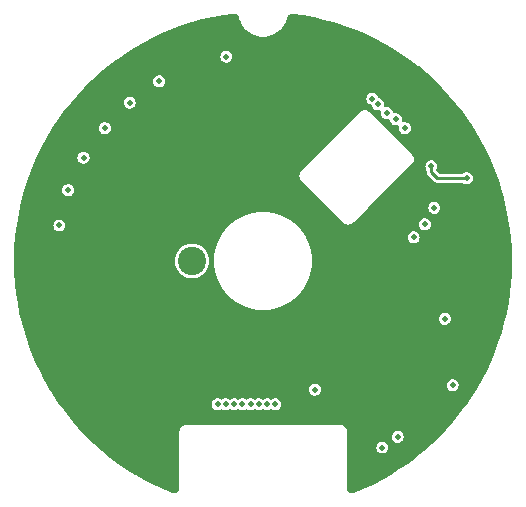
<source format=gbr>
%TF.GenerationSoftware,KiCad,Pcbnew,9.0.1*%
%TF.CreationDate,2025-04-26T02:16:23+02:00*%
%TF.ProjectId,view_screen,76696577-5f73-4637-9265-656e2e6b6963,0.1.0*%
%TF.SameCoordinates,Original*%
%TF.FileFunction,Copper,L2,Inr*%
%TF.FilePolarity,Positive*%
%FSLAX46Y46*%
G04 Gerber Fmt 4.6, Leading zero omitted, Abs format (unit mm)*
G04 Created by KiCad (PCBNEW 9.0.1) date 2025-04-26 02:16:23*
%MOMM*%
%LPD*%
G01*
G04 APERTURE LIST*
%TA.AperFunction,ComponentPad*%
%ADD10C,2.400000*%
%TD*%
%TA.AperFunction,ViaPad*%
%ADD11C,0.500000*%
%TD*%
%TA.AperFunction,Conductor*%
%ADD12C,0.250000*%
%TD*%
G04 APERTURE END LIST*
D10*
%TO.N,unconnected-(H1-Pad1)*%
%TO.C,H1*%
X94000000Y-100000000D03*
%TD*%
D11*
%TO.N,GND*%
X111400000Y-114900000D03*
X109250000Y-86250000D03*
X116059510Y-110512936D03*
X115400000Y-104900000D03*
X101050000Y-112150000D03*
X109750000Y-86750000D03*
X96900000Y-82700000D03*
X96150000Y-112150000D03*
X100350000Y-112150000D03*
X104400000Y-110900000D03*
X110100000Y-115800000D03*
%TO.N,/VDD*%
X101750000Y-112150000D03*
X101750000Y-109200000D03*
X94000000Y-83400000D03*
X111750000Y-84500000D03*
X101750000Y-108600000D03*
%TO.N,/DC*%
X99650000Y-112150000D03*
X88700000Y-86600000D03*
%TO.N,/BACKLIGHT_EN*%
X114250000Y-92000000D03*
X117250000Y-93000000D03*
X91200000Y-84800000D03*
%TO.N,/nRESET*%
X96850000Y-112150000D03*
X112750000Y-98000000D03*
X110500000Y-87500000D03*
X82750000Y-97000000D03*
%TO.N,/MOSI*%
X113700000Y-96900000D03*
X112000000Y-88750000D03*
X97550000Y-112150000D03*
X83500000Y-94000000D03*
%TO.N,/SCK*%
X84800000Y-91250000D03*
X114500000Y-95500000D03*
X98250000Y-112150000D03*
X111250000Y-88000000D03*
%TO.N,/nCS*%
X86600000Y-88750000D03*
X98950000Y-112150000D03*
%TD*%
D12*
%TO.N,/BACKLIGHT_EN*%
X114250000Y-92500000D02*
X114750000Y-93000000D01*
X114250000Y-92000000D02*
X114250000Y-92500000D01*
X114750000Y-93000000D02*
X117250000Y-93000000D01*
%TD*%
%TA.AperFunction,Conductor*%
%TO.N,/VDD*%
G36*
X97628280Y-79065669D02*
G01*
X97650475Y-79071299D01*
X97697257Y-79083166D01*
X97727451Y-79095147D01*
X97728597Y-79095783D01*
X97789662Y-79129701D01*
X97815792Y-79149007D01*
X97867093Y-79198314D01*
X97887420Y-79223661D01*
X97924410Y-79284452D01*
X97937580Y-79314154D01*
X97960251Y-79390671D01*
X97963856Y-79406538D01*
X97966759Y-79424667D01*
X97967470Y-79426256D01*
X97974915Y-79448070D01*
X97996559Y-79537555D01*
X97996563Y-79537569D01*
X97997551Y-79541652D01*
X97999072Y-79545567D01*
X97999073Y-79545568D01*
X98097376Y-79798496D01*
X98097380Y-79798505D01*
X98098896Y-79802405D01*
X98100916Y-79806070D01*
X98100920Y-79806078D01*
X98231921Y-80043730D01*
X98233946Y-80047403D01*
X98400314Y-80272314D01*
X98403225Y-80275316D01*
X98403230Y-80275322D01*
X98500090Y-80375216D01*
X98595056Y-80473158D01*
X98814728Y-80646383D01*
X99055445Y-80788926D01*
X99312948Y-80898265D01*
X99582684Y-80972465D01*
X99859880Y-81010216D01*
X100139635Y-81010848D01*
X100416999Y-80974351D01*
X100687067Y-80901370D01*
X100945061Y-80793196D01*
X101186420Y-80651743D01*
X101406873Y-80479512D01*
X101602521Y-80279550D01*
X101769903Y-80055393D01*
X101906059Y-79811008D01*
X102008581Y-79550715D01*
X102032449Y-79453946D01*
X102039435Y-79433629D01*
X102039489Y-79433290D01*
X102039491Y-79433288D01*
X102042258Y-79415998D01*
X102044347Y-79405719D01*
X102045210Y-79402225D01*
X102046725Y-79396646D01*
X102068618Y-79322751D01*
X102081782Y-79293060D01*
X102118784Y-79232250D01*
X102139102Y-79206914D01*
X102190420Y-79157593D01*
X102216550Y-79138290D01*
X102278765Y-79103737D01*
X102308963Y-79091757D01*
X102377958Y-79074259D01*
X102410209Y-79070402D01*
X102489875Y-79071218D01*
X102506095Y-79072434D01*
X102524428Y-79075010D01*
X102524428Y-79075009D01*
X102542632Y-79077567D01*
X102542630Y-79077575D01*
X102542693Y-79077574D01*
X103388974Y-79196857D01*
X103394201Y-79197709D01*
X104274533Y-79360402D01*
X104279767Y-79361485D01*
X105152318Y-79561619D01*
X105157525Y-79562931D01*
X106020742Y-79800149D01*
X106025856Y-79801673D01*
X106557765Y-79972591D01*
X106878122Y-80075531D01*
X106883210Y-80077286D01*
X107723065Y-80387313D01*
X107728007Y-80389259D01*
X108553814Y-80734853D01*
X108558701Y-80737021D01*
X108898548Y-80896628D01*
X109369010Y-81117577D01*
X109373832Y-81119969D01*
X109711467Y-81296512D01*
X110167117Y-81534765D01*
X110171808Y-81537346D01*
X110530589Y-81744923D01*
X110946663Y-81985648D01*
X110951263Y-81988442D01*
X111706268Y-82469427D01*
X111710745Y-82472416D01*
X112444486Y-82985184D01*
X112448831Y-82988360D01*
X113160035Y-83532018D01*
X113164240Y-83535377D01*
X113851570Y-84108908D01*
X113855628Y-84112444D01*
X114517850Y-84714817D01*
X114521725Y-84718497D01*
X114603977Y-84800000D01*
X115157602Y-85348587D01*
X115161344Y-85352456D01*
X115769755Y-86009152D01*
X115773327Y-86013178D01*
X116353093Y-86695206D01*
X116356491Y-86699380D01*
X116904567Y-87402936D01*
X116906635Y-87405590D01*
X116909847Y-87409901D01*
X117427740Y-88136733D01*
X117429314Y-88138941D01*
X117432337Y-88143381D01*
X117518251Y-88275558D01*
X117920203Y-88893954D01*
X117923039Y-88898528D01*
X118378396Y-89669235D01*
X118381035Y-89673927D01*
X118803075Y-90463402D01*
X118805510Y-90468202D01*
X119193426Y-91274934D01*
X119195655Y-91279833D01*
X119548785Y-92102442D01*
X119550802Y-92107432D01*
X119868472Y-92944358D01*
X119870274Y-92949430D01*
X119940914Y-93162557D01*
X120054249Y-93504500D01*
X120151909Y-93799147D01*
X120153493Y-93804291D01*
X120398588Y-94665288D01*
X120399950Y-94670495D01*
X120608044Y-95541139D01*
X120609183Y-95546399D01*
X120779904Y-96425137D01*
X120780818Y-96430441D01*
X120913893Y-97315919D01*
X120914541Y-97320904D01*
X120997957Y-98081251D01*
X120998375Y-98085832D01*
X121054003Y-98849014D01*
X121054253Y-98853607D01*
X121081985Y-99618276D01*
X121082068Y-99622876D01*
X121081869Y-100388072D01*
X121081784Y-100392671D01*
X121053654Y-101157353D01*
X121053401Y-101161946D01*
X120997376Y-101925100D01*
X120996955Y-101929681D01*
X120912974Y-102691516D01*
X120907307Y-102735694D01*
X120907229Y-102735684D01*
X120907197Y-102740040D01*
X120786391Y-103548189D01*
X120785519Y-103553300D01*
X120623049Y-104400194D01*
X120621968Y-104405265D01*
X120424787Y-105244780D01*
X120423498Y-105249802D01*
X120191946Y-106080495D01*
X120190451Y-106085460D01*
X119924928Y-106905894D01*
X119923231Y-106910793D01*
X119624165Y-107719648D01*
X119622267Y-107724473D01*
X119290185Y-108520319D01*
X119288090Y-108525062D01*
X118923550Y-109306564D01*
X118921262Y-109311217D01*
X118524871Y-110077077D01*
X118522393Y-110081632D01*
X118094844Y-110830505D01*
X118092182Y-110834954D01*
X117634155Y-111565654D01*
X117631311Y-111569989D01*
X117143646Y-112281174D01*
X117140627Y-112285389D01*
X116624083Y-112975953D01*
X116620892Y-112980040D01*
X116076403Y-113648730D01*
X116073047Y-113652683D01*
X115501498Y-114298420D01*
X115497983Y-114302231D01*
X114900332Y-114923926D01*
X114896662Y-114927589D01*
X114273965Y-115524145D01*
X114270148Y-115527654D01*
X113623428Y-116098093D01*
X113619470Y-116101442D01*
X112949816Y-116644802D01*
X112945723Y-116647985D01*
X112254316Y-117163308D01*
X112250096Y-117166321D01*
X111538040Y-117652785D01*
X111533700Y-117655621D01*
X110802232Y-118112379D01*
X110797778Y-118115034D01*
X110048162Y-118541298D01*
X110043603Y-118543768D01*
X109277072Y-118938837D01*
X109272416Y-118941117D01*
X108490259Y-119304325D01*
X108485512Y-119306411D01*
X107722356Y-119623312D01*
X107706156Y-119628210D01*
X107687524Y-119637338D01*
X107678001Y-119641524D01*
X107677546Y-119641702D01*
X107670172Y-119644326D01*
X107587774Y-119670791D01*
X107551926Y-119676798D01*
X107474370Y-119678450D01*
X107438297Y-119673974D01*
X107363486Y-119653414D01*
X107330194Y-119638828D01*
X107286406Y-119611516D01*
X107264369Y-119597770D01*
X107236628Y-119574288D01*
X107185263Y-119516149D01*
X107165377Y-119485723D01*
X107132744Y-119415337D01*
X107122372Y-119380501D01*
X107109877Y-119294720D01*
X107108561Y-119276543D01*
X107108564Y-119242312D01*
X107108522Y-119241997D01*
X107105559Y-115800000D01*
X109590311Y-115800000D01*
X109610957Y-115943593D01*
X109671223Y-116075558D01*
X109766226Y-116185197D01*
X109888266Y-116263628D01*
X109888268Y-116263629D01*
X109969602Y-116287510D01*
X110027463Y-116304500D01*
X110027464Y-116304500D01*
X110172537Y-116304500D01*
X110213408Y-116292499D01*
X110311732Y-116263629D01*
X110433775Y-116185196D01*
X110528777Y-116075558D01*
X110589042Y-115943596D01*
X110609688Y-115800000D01*
X110589042Y-115656404D01*
X110528777Y-115524442D01*
X110433775Y-115414804D01*
X110433774Y-115414803D01*
X110433773Y-115414802D01*
X110311733Y-115336371D01*
X110172537Y-115295500D01*
X110172536Y-115295500D01*
X110027464Y-115295500D01*
X110027463Y-115295500D01*
X109888266Y-115336371D01*
X109766226Y-115414802D01*
X109671223Y-115524441D01*
X109610957Y-115656406D01*
X109590311Y-115800000D01*
X107105559Y-115800000D01*
X107104784Y-114900000D01*
X110890311Y-114900000D01*
X110910957Y-115043593D01*
X110971223Y-115175558D01*
X111066226Y-115285197D01*
X111082258Y-115295500D01*
X111188268Y-115363629D01*
X111259966Y-115384681D01*
X111327463Y-115404500D01*
X111327464Y-115404500D01*
X111472537Y-115404500D01*
X111540034Y-115384681D01*
X111611732Y-115363629D01*
X111733775Y-115285196D01*
X111828777Y-115175558D01*
X111889042Y-115043596D01*
X111909688Y-114900000D01*
X111889042Y-114756404D01*
X111828777Y-114624442D01*
X111733775Y-114514804D01*
X111733774Y-114514803D01*
X111733773Y-114514802D01*
X111611733Y-114436371D01*
X111472537Y-114395500D01*
X111472536Y-114395500D01*
X111327464Y-114395500D01*
X111327463Y-114395500D01*
X111188266Y-114436371D01*
X111066226Y-114514802D01*
X110971223Y-114624441D01*
X110910957Y-114756406D01*
X110890311Y-114900000D01*
X107104784Y-114900000D01*
X107104448Y-114510085D01*
X107104447Y-114489780D01*
X107104443Y-114437881D01*
X107074323Y-114305961D01*
X107074322Y-114305958D01*
X107015607Y-114184051D01*
X106931237Y-114078258D01*
X106825441Y-113993888D01*
X106703531Y-113935174D01*
X106571611Y-113905055D01*
X106540306Y-113905053D01*
X106540297Y-113905051D01*
X106503938Y-113905050D01*
X106461524Y-113905048D01*
X106461508Y-113905050D01*
X93529345Y-113905050D01*
X93503958Y-113905048D01*
X93436295Y-113905043D01*
X93304357Y-113935147D01*
X93182431Y-113993858D01*
X93076629Y-114078231D01*
X92992256Y-114184032D01*
X92933545Y-114305963D01*
X92903442Y-114437897D01*
X92903444Y-114470696D01*
X92903398Y-114471003D01*
X92903425Y-114489780D01*
X92903447Y-114505499D01*
X92903448Y-114505560D01*
X92903451Y-114532489D01*
X92903455Y-114532497D01*
X92903453Y-114548538D01*
X92903511Y-114548979D01*
X92910427Y-119276349D01*
X92909113Y-119294679D01*
X92896211Y-119383330D01*
X92885855Y-119418142D01*
X92852040Y-119491144D01*
X92832185Y-119521556D01*
X92778950Y-119581882D01*
X92751246Y-119605366D01*
X92683020Y-119647999D01*
X92649768Y-119662605D01*
X92608571Y-119673974D01*
X92572213Y-119684007D01*
X92536176Y-119688522D01*
X92455740Y-119686913D01*
X92419911Y-119680960D01*
X92334262Y-119653594D01*
X92317367Y-119646816D01*
X92298519Y-119637621D01*
X92282639Y-119632834D01*
X92275411Y-119629833D01*
X91925861Y-119484697D01*
X91519050Y-119315786D01*
X91514303Y-119313699D01*
X91189666Y-119162961D01*
X90731705Y-118950318D01*
X90727079Y-118948053D01*
X90257713Y-118706161D01*
X89960076Y-118552771D01*
X89955517Y-118550301D01*
X89205466Y-118123816D01*
X89201012Y-118121161D01*
X88469130Y-117664168D01*
X88464789Y-117661332D01*
X87752308Y-117174596D01*
X87748115Y-117171603D01*
X87056284Y-116655980D01*
X87052191Y-116652797D01*
X86382150Y-116109135D01*
X86378192Y-116105785D01*
X85731104Y-115535030D01*
X85727286Y-115531521D01*
X85723250Y-115527654D01*
X85104210Y-114934605D01*
X85100588Y-114930990D01*
X84502576Y-114308919D01*
X84499060Y-114305107D01*
X84370234Y-114159558D01*
X83927179Y-113658989D01*
X83923834Y-113655049D01*
X83921907Y-113652683D01*
X83379033Y-112985962D01*
X83375852Y-112981888D01*
X83371413Y-112975953D01*
X82859005Y-112290900D01*
X82856005Y-112286711D01*
X82852208Y-112281174D01*
X82762264Y-112150000D01*
X95640311Y-112150000D01*
X95660957Y-112293593D01*
X95721223Y-112425558D01*
X95816226Y-112535197D01*
X95836996Y-112548545D01*
X95938268Y-112613629D01*
X96019602Y-112637510D01*
X96077463Y-112654500D01*
X96077464Y-112654500D01*
X96222537Y-112654500D01*
X96292134Y-112634064D01*
X96361732Y-112613629D01*
X96431879Y-112568547D01*
X96499999Y-112548545D01*
X96568116Y-112568544D01*
X96638266Y-112613628D01*
X96638268Y-112613629D01*
X96777463Y-112654500D01*
X96777464Y-112654500D01*
X96922537Y-112654500D01*
X96992133Y-112634064D01*
X97061732Y-112613629D01*
X97131879Y-112568547D01*
X97199999Y-112548545D01*
X97268116Y-112568544D01*
X97338266Y-112613628D01*
X97338268Y-112613629D01*
X97477463Y-112654500D01*
X97477464Y-112654500D01*
X97622537Y-112654500D01*
X97692133Y-112634064D01*
X97761732Y-112613629D01*
X97831879Y-112568547D01*
X97899999Y-112548545D01*
X97968116Y-112568544D01*
X98038266Y-112613628D01*
X98038268Y-112613629D01*
X98177463Y-112654500D01*
X98177464Y-112654500D01*
X98322537Y-112654500D01*
X98392134Y-112634064D01*
X98461732Y-112613629D01*
X98531879Y-112568547D01*
X98599999Y-112548545D01*
X98668116Y-112568544D01*
X98738266Y-112613628D01*
X98738268Y-112613629D01*
X98877463Y-112654500D01*
X98877464Y-112654500D01*
X99022537Y-112654500D01*
X99092134Y-112634064D01*
X99161732Y-112613629D01*
X99231879Y-112568547D01*
X99299999Y-112548545D01*
X99368116Y-112568544D01*
X99438266Y-112613628D01*
X99438268Y-112613629D01*
X99577463Y-112654500D01*
X99577464Y-112654500D01*
X99722537Y-112654500D01*
X99792134Y-112634064D01*
X99861732Y-112613629D01*
X99931879Y-112568547D01*
X99999999Y-112548545D01*
X100068116Y-112568544D01*
X100138266Y-112613628D01*
X100138268Y-112613629D01*
X100277463Y-112654500D01*
X100277464Y-112654500D01*
X100422537Y-112654500D01*
X100492133Y-112634064D01*
X100561732Y-112613629D01*
X100631879Y-112568547D01*
X100699999Y-112548545D01*
X100768116Y-112568544D01*
X100838266Y-112613628D01*
X100838268Y-112613629D01*
X100977463Y-112654500D01*
X100977464Y-112654500D01*
X101122537Y-112654500D01*
X101163408Y-112642499D01*
X101261732Y-112613629D01*
X101383775Y-112535196D01*
X101478777Y-112425558D01*
X101539042Y-112293596D01*
X101559688Y-112150000D01*
X101539042Y-112006404D01*
X101478777Y-111874442D01*
X101383775Y-111764804D01*
X101383774Y-111764803D01*
X101383773Y-111764802D01*
X101261733Y-111686371D01*
X101122537Y-111645500D01*
X101122536Y-111645500D01*
X100977464Y-111645500D01*
X100977463Y-111645500D01*
X100838266Y-111686371D01*
X100768119Y-111731452D01*
X100699998Y-111751454D01*
X100631879Y-111731452D01*
X100591467Y-111705480D01*
X100561731Y-111686370D01*
X100422537Y-111645500D01*
X100422536Y-111645500D01*
X100277464Y-111645500D01*
X100277463Y-111645500D01*
X100138268Y-111686370D01*
X100068121Y-111731452D01*
X100000000Y-111751454D01*
X99931879Y-111731452D01*
X99861731Y-111686370D01*
X99722537Y-111645500D01*
X99722536Y-111645500D01*
X99577464Y-111645500D01*
X99577463Y-111645500D01*
X99438268Y-111686370D01*
X99368121Y-111731452D01*
X99300000Y-111751454D01*
X99231879Y-111731452D01*
X99161731Y-111686370D01*
X99022537Y-111645500D01*
X99022536Y-111645500D01*
X98877464Y-111645500D01*
X98877463Y-111645500D01*
X98738266Y-111686371D01*
X98668119Y-111731452D01*
X98599998Y-111751454D01*
X98531879Y-111731452D01*
X98491467Y-111705480D01*
X98461731Y-111686370D01*
X98322537Y-111645500D01*
X98322536Y-111645500D01*
X98177464Y-111645500D01*
X98177463Y-111645500D01*
X98038268Y-111686370D01*
X97968121Y-111731452D01*
X97900000Y-111751454D01*
X97831879Y-111731452D01*
X97761731Y-111686370D01*
X97622537Y-111645500D01*
X97622536Y-111645500D01*
X97477464Y-111645500D01*
X97477463Y-111645500D01*
X97338268Y-111686370D01*
X97268121Y-111731452D01*
X97200000Y-111751454D01*
X97131879Y-111731452D01*
X97061731Y-111686370D01*
X96922537Y-111645500D01*
X96922536Y-111645500D01*
X96777464Y-111645500D01*
X96777463Y-111645500D01*
X96638268Y-111686370D01*
X96568121Y-111731452D01*
X96500000Y-111751454D01*
X96431879Y-111731452D01*
X96361731Y-111686370D01*
X96222537Y-111645500D01*
X96222536Y-111645500D01*
X96077464Y-111645500D01*
X96077463Y-111645500D01*
X95938266Y-111686371D01*
X95816226Y-111764802D01*
X95721223Y-111874441D01*
X95660957Y-112006406D01*
X95640311Y-112150000D01*
X82762264Y-112150000D01*
X82663803Y-112006404D01*
X82368060Y-111575093D01*
X82365216Y-111570757D01*
X81944782Y-110900000D01*
X103890311Y-110900000D01*
X103910957Y-111043593D01*
X103971223Y-111175558D01*
X104066226Y-111285197D01*
X104107641Y-111311813D01*
X104188268Y-111363629D01*
X104269602Y-111387510D01*
X104327463Y-111404500D01*
X104327464Y-111404500D01*
X104472537Y-111404500D01*
X104513408Y-111392499D01*
X104611732Y-111363629D01*
X104733775Y-111285196D01*
X104828777Y-111175558D01*
X104889042Y-111043596D01*
X104909688Y-110900000D01*
X104889042Y-110756404D01*
X104828777Y-110624442D01*
X104733775Y-110514804D01*
X104733774Y-110514803D01*
X104733773Y-110514802D01*
X104730868Y-110512935D01*
X115549821Y-110512935D01*
X115570467Y-110656529D01*
X115570467Y-110656530D01*
X115570468Y-110656532D01*
X115630733Y-110788494D01*
X115673174Y-110837474D01*
X115725736Y-110898133D01*
X115847776Y-110976564D01*
X115847778Y-110976565D01*
X115929112Y-111000446D01*
X115986973Y-111017436D01*
X115986974Y-111017436D01*
X116132047Y-111017436D01*
X116172917Y-111005435D01*
X116271242Y-110976565D01*
X116393285Y-110898132D01*
X116488287Y-110788494D01*
X116548552Y-110656532D01*
X116569198Y-110512936D01*
X116548552Y-110369340D01*
X116488287Y-110237378D01*
X116393285Y-110127740D01*
X116393284Y-110127739D01*
X116393283Y-110127738D01*
X116271243Y-110049307D01*
X116132047Y-110008436D01*
X116132046Y-110008436D01*
X115986974Y-110008436D01*
X115986973Y-110008436D01*
X115847776Y-110049307D01*
X115725736Y-110127738D01*
X115630733Y-110237377D01*
X115570467Y-110369342D01*
X115549821Y-110512935D01*
X104730868Y-110512935D01*
X104611733Y-110436371D01*
X104472537Y-110395500D01*
X104472536Y-110395500D01*
X104327464Y-110395500D01*
X104327463Y-110395500D01*
X104188266Y-110436371D01*
X104066226Y-110514802D01*
X103971223Y-110624441D01*
X103910957Y-110756406D01*
X103890311Y-110900000D01*
X81944782Y-110900000D01*
X81906970Y-110839675D01*
X81904307Y-110835226D01*
X81500410Y-110127740D01*
X81476519Y-110085893D01*
X81474046Y-110081346D01*
X81077452Y-109315041D01*
X81075164Y-109310388D01*
X80710429Y-108528403D01*
X80708335Y-108523659D01*
X80376101Y-107727372D01*
X80374213Y-107722574D01*
X80074990Y-106913197D01*
X80073320Y-106908375D01*
X79807666Y-106087414D01*
X79806171Y-106082448D01*
X79574529Y-105251281D01*
X79573241Y-105246259D01*
X79491932Y-104900000D01*
X114890311Y-104900000D01*
X114910957Y-105043593D01*
X114910957Y-105043594D01*
X114910958Y-105043596D01*
X114971223Y-105175558D01*
X115036837Y-105251281D01*
X115066226Y-105285197D01*
X115188266Y-105363628D01*
X115188268Y-105363629D01*
X115269602Y-105387510D01*
X115327463Y-105404500D01*
X115327464Y-105404500D01*
X115472537Y-105404500D01*
X115513408Y-105392499D01*
X115611732Y-105363629D01*
X115733775Y-105285196D01*
X115828777Y-105175558D01*
X115889042Y-105043596D01*
X115909688Y-104900000D01*
X115889042Y-104756404D01*
X115828777Y-104624442D01*
X115733775Y-104514804D01*
X115733774Y-104514803D01*
X115733773Y-104514802D01*
X115611733Y-104436371D01*
X115472537Y-104395500D01*
X115472536Y-104395500D01*
X115327464Y-104395500D01*
X115327463Y-104395500D01*
X115188266Y-104436371D01*
X115066226Y-104514802D01*
X114971223Y-104624441D01*
X114910957Y-104756406D01*
X114890311Y-104900000D01*
X79491932Y-104900000D01*
X79375990Y-104406254D01*
X79374913Y-104401210D01*
X79212384Y-103553751D01*
X79211523Y-103548698D01*
X79090691Y-102740069D01*
X79090661Y-102735712D01*
X79090587Y-102735722D01*
X79085027Y-102692544D01*
X79084641Y-102689046D01*
X79004162Y-101958891D01*
X79000940Y-101929657D01*
X79000520Y-101925080D01*
X78975728Y-101587335D01*
X78944500Y-101161921D01*
X78944249Y-101157354D01*
X78931498Y-100810699D01*
X78916121Y-100392650D01*
X78916037Y-100388073D01*
X78915937Y-100003094D01*
X78915936Y-100000000D01*
X92540515Y-100000000D01*
X92560420Y-100240223D01*
X92560420Y-100240226D01*
X92560421Y-100240227D01*
X92619592Y-100473889D01*
X92716420Y-100694637D01*
X92716421Y-100694638D01*
X92848261Y-100896434D01*
X92848264Y-100896437D01*
X93011517Y-101073778D01*
X93201733Y-101221830D01*
X93201737Y-101221832D01*
X93413732Y-101336557D01*
X93641718Y-101414825D01*
X93879477Y-101454500D01*
X93879480Y-101454500D01*
X94120520Y-101454500D01*
X94120523Y-101454500D01*
X94358282Y-101414825D01*
X94586268Y-101336557D01*
X94798263Y-101221832D01*
X94814515Y-101209183D01*
X94988482Y-101073778D01*
X95151739Y-100896434D01*
X95283579Y-100694638D01*
X95380406Y-100473894D01*
X95439580Y-100240223D01*
X95459485Y-100000000D01*
X95844495Y-100000000D01*
X95864505Y-100407311D01*
X95864956Y-100410352D01*
X95864958Y-100410371D01*
X95923887Y-100807632D01*
X95924342Y-100810699D01*
X95925094Y-100813701D01*
X96022679Y-101203284D01*
X96022683Y-101203298D01*
X96023430Y-101206279D01*
X96024468Y-101209181D01*
X96024469Y-101209183D01*
X96159773Y-101587335D01*
X96159776Y-101587343D01*
X96160814Y-101590243D01*
X96162133Y-101593033D01*
X96162134Y-101593034D01*
X96321356Y-101929681D01*
X96335172Y-101958891D01*
X96544824Y-102308675D01*
X96787751Y-102636224D01*
X97061614Y-102938386D01*
X97363776Y-103212249D01*
X97691325Y-103455176D01*
X98041109Y-103664828D01*
X98409757Y-103839186D01*
X98793721Y-103976570D01*
X99189301Y-104075658D01*
X99592689Y-104135495D01*
X100000000Y-104155505D01*
X100407311Y-104135495D01*
X100810699Y-104075658D01*
X101206279Y-103976570D01*
X101590243Y-103839186D01*
X101958891Y-103664828D01*
X102308675Y-103455176D01*
X102636224Y-103212249D01*
X102938386Y-102938386D01*
X103212249Y-102636224D01*
X103455176Y-102308675D01*
X103664828Y-101958891D01*
X103839186Y-101590243D01*
X103976570Y-101206279D01*
X104075658Y-100810699D01*
X104135495Y-100407311D01*
X104155505Y-100000000D01*
X104135495Y-99592689D01*
X104075658Y-99189301D01*
X103976570Y-98793721D01*
X103839186Y-98409757D01*
X103664828Y-98041109D01*
X103640188Y-97999999D01*
X112240311Y-97999999D01*
X112260957Y-98143593D01*
X112321223Y-98275558D01*
X112416226Y-98385197D01*
X112538266Y-98463628D01*
X112538268Y-98463629D01*
X112619602Y-98487510D01*
X112677463Y-98504500D01*
X112677464Y-98504500D01*
X112822537Y-98504500D01*
X112863408Y-98492499D01*
X112961732Y-98463629D01*
X113083775Y-98385196D01*
X113178777Y-98275558D01*
X113239042Y-98143596D01*
X113259688Y-98000000D01*
X113239042Y-97856404D01*
X113178777Y-97724442D01*
X113083775Y-97614804D01*
X113083774Y-97614803D01*
X113083773Y-97614802D01*
X112961733Y-97536371D01*
X112822537Y-97495500D01*
X112822536Y-97495500D01*
X112677464Y-97495500D01*
X112677463Y-97495500D01*
X112538266Y-97536371D01*
X112416226Y-97614802D01*
X112321223Y-97724441D01*
X112260957Y-97856406D01*
X112240311Y-97999999D01*
X103640188Y-97999999D01*
X103455176Y-97691325D01*
X103212249Y-97363776D01*
X102938386Y-97061614D01*
X102636224Y-96787751D01*
X102308675Y-96544824D01*
X102108315Y-96424733D01*
X101961531Y-96336754D01*
X101961525Y-96336751D01*
X101958891Y-96335172D01*
X101590243Y-96160814D01*
X101587343Y-96159776D01*
X101587335Y-96159773D01*
X101209183Y-96024469D01*
X101209181Y-96024468D01*
X101206279Y-96023430D01*
X101203298Y-96022683D01*
X101203284Y-96022679D01*
X100813701Y-95925094D01*
X100810699Y-95924342D01*
X100807632Y-95923887D01*
X100410371Y-95864958D01*
X100410352Y-95864956D01*
X100407311Y-95864505D01*
X100404225Y-95864353D01*
X100404221Y-95864353D01*
X100003094Y-95844647D01*
X100000000Y-95844495D01*
X99996906Y-95844647D01*
X99595778Y-95864353D01*
X99595772Y-95864353D01*
X99592689Y-95864505D01*
X99589649Y-95864955D01*
X99589628Y-95864958D01*
X99192367Y-95923887D01*
X99192363Y-95923887D01*
X99189301Y-95924342D01*
X99186302Y-95925093D01*
X99186298Y-95925094D01*
X98796715Y-96022679D01*
X98796695Y-96022684D01*
X98793721Y-96023430D01*
X98790823Y-96024466D01*
X98790816Y-96024469D01*
X98412664Y-96159773D01*
X98412648Y-96159779D01*
X98409757Y-96160814D01*
X98406973Y-96162130D01*
X98406965Y-96162134D01*
X98043890Y-96333856D01*
X98043878Y-96333861D01*
X98041109Y-96335172D01*
X98038482Y-96336746D01*
X98038468Y-96336754D01*
X97693975Y-96543235D01*
X97693965Y-96543241D01*
X97691325Y-96544824D01*
X97688849Y-96546660D01*
X97688839Y-96546667D01*
X97404977Y-96757194D01*
X97363776Y-96787751D01*
X97361489Y-96789823D01*
X97361479Y-96789832D01*
X97063898Y-97059543D01*
X97063888Y-97059552D01*
X97061614Y-97061614D01*
X97059552Y-97063888D01*
X97059543Y-97063898D01*
X96789832Y-97361479D01*
X96789823Y-97361489D01*
X96787751Y-97363776D01*
X96785907Y-97366262D01*
X96785904Y-97366266D01*
X96546667Y-97688839D01*
X96546660Y-97688849D01*
X96544824Y-97691325D01*
X96543241Y-97693965D01*
X96543235Y-97693975D01*
X96336754Y-98038468D01*
X96336746Y-98038482D01*
X96335172Y-98041109D01*
X96333861Y-98043878D01*
X96333856Y-98043890D01*
X96162134Y-98406965D01*
X96162130Y-98406973D01*
X96160814Y-98409757D01*
X96159779Y-98412648D01*
X96159773Y-98412664D01*
X96024469Y-98790816D01*
X96023430Y-98793721D01*
X96022684Y-98796695D01*
X96022679Y-98796715D01*
X95925094Y-99186298D01*
X95924342Y-99189301D01*
X95923887Y-99192363D01*
X95923887Y-99192367D01*
X95864958Y-99589628D01*
X95864955Y-99589649D01*
X95864505Y-99592689D01*
X95864353Y-99595772D01*
X95864353Y-99595778D01*
X95863022Y-99622875D01*
X95844495Y-100000000D01*
X95459485Y-100000000D01*
X95439580Y-99759777D01*
X95380406Y-99526106D01*
X95283579Y-99305362D01*
X95151739Y-99103566D01*
X95109846Y-99058058D01*
X94988482Y-98926221D01*
X94798266Y-98778169D01*
X94586267Y-98663442D01*
X94358284Y-98585175D01*
X94263178Y-98569305D01*
X94120523Y-98545500D01*
X93879477Y-98545500D01*
X93760597Y-98565337D01*
X93641715Y-98585175D01*
X93413732Y-98663442D01*
X93201733Y-98778169D01*
X93011517Y-98926221D01*
X92848264Y-99103562D01*
X92716420Y-99305362D01*
X92619592Y-99526110D01*
X92595088Y-99622876D01*
X92560420Y-99759777D01*
X92540515Y-100000000D01*
X78915936Y-100000000D01*
X78915838Y-99622842D01*
X78915920Y-99618310D01*
X78943650Y-98853602D01*
X78943900Y-98849014D01*
X78949063Y-98778169D01*
X78999526Y-98085774D01*
X78999940Y-98081251D01*
X79083358Y-97320807D01*
X79083996Y-97315902D01*
X79131452Y-97000000D01*
X82240311Y-97000000D01*
X82260957Y-97143593D01*
X82260957Y-97143594D01*
X82260958Y-97143596D01*
X82321223Y-97275558D01*
X82397664Y-97363776D01*
X82416226Y-97385197D01*
X82446262Y-97404500D01*
X82538268Y-97463629D01*
X82619602Y-97487510D01*
X82677463Y-97504500D01*
X82677464Y-97504500D01*
X82822537Y-97504500D01*
X82863408Y-97492499D01*
X82961732Y-97463629D01*
X83083775Y-97385196D01*
X83178777Y-97275558D01*
X83239042Y-97143596D01*
X83259688Y-97000000D01*
X83239042Y-96856404D01*
X83178777Y-96724442D01*
X83083775Y-96614804D01*
X83083774Y-96614803D01*
X83083773Y-96614802D01*
X82961733Y-96536371D01*
X82822537Y-96495500D01*
X82822536Y-96495500D01*
X82677464Y-96495500D01*
X82677463Y-96495500D01*
X82538266Y-96536371D01*
X82416226Y-96614802D01*
X82321223Y-96724441D01*
X82260957Y-96856406D01*
X82240311Y-97000000D01*
X79131452Y-97000000D01*
X79217074Y-96430032D01*
X79217987Y-96424733D01*
X79307541Y-95963629D01*
X79388738Y-95545554D01*
X79389875Y-95540305D01*
X79433817Y-95356406D01*
X79598017Y-94669221D01*
X79599366Y-94664061D01*
X79788356Y-94000000D01*
X82990311Y-94000000D01*
X83010957Y-94143593D01*
X83071223Y-94275558D01*
X83166226Y-94385197D01*
X83288266Y-94463628D01*
X83288268Y-94463629D01*
X83369602Y-94487510D01*
X83427463Y-94504500D01*
X83427464Y-94504500D01*
X83572537Y-94504500D01*
X83613407Y-94492499D01*
X83711732Y-94463629D01*
X83833775Y-94385196D01*
X83928777Y-94275558D01*
X83989042Y-94143596D01*
X84009688Y-94000000D01*
X83989042Y-93856404D01*
X83928777Y-93724442D01*
X83833775Y-93614804D01*
X83833774Y-93614803D01*
X83833773Y-93614802D01*
X83711733Y-93536371D01*
X83572537Y-93495500D01*
X83572536Y-93495500D01*
X83427464Y-93495500D01*
X83427463Y-93495500D01*
X83288266Y-93536371D01*
X83166226Y-93614802D01*
X83071223Y-93724441D01*
X83010957Y-93856406D01*
X82990311Y-94000000D01*
X79788356Y-94000000D01*
X79844534Y-93802606D01*
X79846102Y-93797515D01*
X80127836Y-92947315D01*
X80129609Y-92942326D01*
X80189014Y-92785790D01*
X103074395Y-92785790D01*
X103089542Y-92920251D01*
X103089542Y-92920253D01*
X103089543Y-92920254D01*
X103134231Y-93047979D01*
X103150973Y-93074626D01*
X103206219Y-93162557D01*
X103254058Y-93210401D01*
X103290818Y-93247162D01*
X103290824Y-93247166D01*
X106815303Y-96771646D01*
X106815309Y-96771649D01*
X106837440Y-96793780D01*
X106952018Y-96865775D01*
X107079745Y-96910468D01*
X107214214Y-96925619D01*
X107348683Y-96910468D01*
X107378602Y-96899999D01*
X113190311Y-96899999D01*
X113210957Y-97043593D01*
X113210957Y-97043594D01*
X113210958Y-97043596D01*
X113271223Y-97175558D01*
X113349624Y-97266038D01*
X113366226Y-97285197D01*
X113488266Y-97363628D01*
X113488268Y-97363629D01*
X113561720Y-97385196D01*
X113627463Y-97404500D01*
X113627464Y-97404500D01*
X113772537Y-97404500D01*
X113813408Y-97392499D01*
X113911732Y-97363629D01*
X114033775Y-97285196D01*
X114128777Y-97175558D01*
X114189042Y-97043596D01*
X114209688Y-96900000D01*
X114189042Y-96756404D01*
X114128777Y-96624442D01*
X114033775Y-96514804D01*
X114033774Y-96514803D01*
X114033773Y-96514802D01*
X113911733Y-96436371D01*
X113772537Y-96395500D01*
X113772536Y-96395500D01*
X113627464Y-96395500D01*
X113627463Y-96395500D01*
X113488266Y-96436371D01*
X113366226Y-96514802D01*
X113271223Y-96624441D01*
X113210957Y-96756406D01*
X113190311Y-96899999D01*
X107378602Y-96899999D01*
X107476409Y-96865775D01*
X107590988Y-96793781D01*
X107590990Y-96793778D01*
X107590996Y-96793775D01*
X107638831Y-96745938D01*
X107638831Y-96745939D01*
X107657872Y-96726897D01*
X107657872Y-96726896D01*
X107675593Y-96709175D01*
X108884768Y-95500000D01*
X113990311Y-95500000D01*
X114010957Y-95643593D01*
X114010957Y-95643594D01*
X114010958Y-95643596D01*
X114071223Y-95775558D01*
X114148164Y-95864353D01*
X114166226Y-95885197D01*
X114288266Y-95963628D01*
X114288268Y-95963629D01*
X114367584Y-95986918D01*
X114427463Y-96004500D01*
X114427464Y-96004500D01*
X114572537Y-96004500D01*
X114613408Y-95992499D01*
X114711732Y-95963629D01*
X114833775Y-95885196D01*
X114928777Y-95775558D01*
X114989042Y-95643596D01*
X115009688Y-95500000D01*
X114989042Y-95356404D01*
X114928777Y-95224442D01*
X114833775Y-95114804D01*
X114833774Y-95114803D01*
X114833773Y-95114802D01*
X114711733Y-95036371D01*
X114572537Y-94995500D01*
X114572536Y-94995500D01*
X114427464Y-94995500D01*
X114427463Y-94995500D01*
X114288266Y-95036371D01*
X114166226Y-95114802D01*
X114071223Y-95224441D01*
X114010957Y-95356406D01*
X113990311Y-95500000D01*
X108884768Y-95500000D01*
X112384767Y-92000000D01*
X113740311Y-92000000D01*
X113760957Y-92143593D01*
X113821223Y-92275558D01*
X113839724Y-92296909D01*
X113869217Y-92361489D01*
X113870499Y-92379421D01*
X113870499Y-92447574D01*
X113867818Y-92473427D01*
X113865580Y-92484098D01*
X113869532Y-92515793D01*
X113870500Y-92531380D01*
X113870500Y-92531448D01*
X113873955Y-92552159D01*
X113874705Y-92557304D01*
X113882241Y-92617751D01*
X113882276Y-92617861D01*
X113911255Y-92671410D01*
X113913638Y-92676039D01*
X113940406Y-92730793D01*
X113940461Y-92730866D01*
X113985284Y-92772130D01*
X113989041Y-92775735D01*
X114444581Y-93231275D01*
X114460966Y-93251450D01*
X114466932Y-93260582D01*
X114492141Y-93280203D01*
X114503842Y-93290537D01*
X114503881Y-93290576D01*
X114503884Y-93290578D01*
X114503887Y-93290581D01*
X114520999Y-93302799D01*
X114525142Y-93305889D01*
X114573234Y-93343320D01*
X114573296Y-93343352D01*
X114581017Y-93345650D01*
X114581021Y-93345653D01*
X114631743Y-93360752D01*
X114636607Y-93362311D01*
X114686673Y-93379500D01*
X114686675Y-93379500D01*
X114694280Y-93382111D01*
X114694369Y-93382124D01*
X114702408Y-93381791D01*
X114702410Y-93381792D01*
X114752002Y-93379741D01*
X114755225Y-93379608D01*
X114760431Y-93379500D01*
X116870365Y-93379500D01*
X116938484Y-93399501D01*
X117038268Y-93463628D01*
X117038268Y-93463629D01*
X117177463Y-93504500D01*
X117177464Y-93504500D01*
X117322537Y-93504500D01*
X117363408Y-93492499D01*
X117461732Y-93463629D01*
X117583775Y-93385196D01*
X117678777Y-93275558D01*
X117739042Y-93143596D01*
X117759688Y-93000000D01*
X117739042Y-92856404D01*
X117678777Y-92724442D01*
X117583775Y-92614804D01*
X117583774Y-92614803D01*
X117583773Y-92614802D01*
X117461733Y-92536371D01*
X117322537Y-92495500D01*
X117322536Y-92495500D01*
X117177464Y-92495500D01*
X117177463Y-92495500D01*
X117038268Y-92536370D01*
X116967425Y-92581899D01*
X116938484Y-92600498D01*
X116870366Y-92620500D01*
X114959384Y-92620500D01*
X114891263Y-92600498D01*
X114870289Y-92583595D01*
X114704105Y-92417411D01*
X114670079Y-92355099D01*
X114675144Y-92284284D01*
X114678586Y-92275974D01*
X114678774Y-92275560D01*
X114678777Y-92275558D01*
X114739042Y-92143596D01*
X114759688Y-92000000D01*
X114739042Y-91856404D01*
X114678777Y-91724442D01*
X114583775Y-91614804D01*
X114583774Y-91614803D01*
X114583773Y-91614802D01*
X114461733Y-91536371D01*
X114322537Y-91495500D01*
X114322536Y-91495500D01*
X114177464Y-91495500D01*
X114177463Y-91495500D01*
X114038266Y-91536371D01*
X113916226Y-91614802D01*
X113821223Y-91724441D01*
X113760957Y-91856406D01*
X113740311Y-92000000D01*
X112384767Y-92000000D01*
X112551646Y-91833121D01*
X112551762Y-91833058D01*
X112588603Y-91796217D01*
X112588604Y-91796218D01*
X112636450Y-91748374D01*
X112708449Y-91633788D01*
X112753143Y-91506054D01*
X112768291Y-91371576D01*
X112753133Y-91237100D01*
X112708429Y-91109369D01*
X112708428Y-91109366D01*
X112636422Y-90994791D01*
X112593887Y-90952264D01*
X109053045Y-87411421D01*
X109005201Y-87363577D01*
X108890625Y-87291584D01*
X108784642Y-87254500D01*
X108762897Y-87246891D01*
X108628428Y-87231740D01*
X108628427Y-87231740D01*
X108493955Y-87246891D01*
X108366232Y-87291583D01*
X108251651Y-87363579D01*
X108215066Y-87400166D01*
X103255380Y-92359849D01*
X103254063Y-92361166D01*
X103229377Y-92385854D01*
X103229306Y-92385950D01*
X103206233Y-92409023D01*
X103134241Y-92523600D01*
X103098785Y-92624927D01*
X103089548Y-92651323D01*
X103080593Y-92730793D01*
X103074395Y-92785790D01*
X80189014Y-92785790D01*
X80447393Y-92104942D01*
X80449368Y-92100051D01*
X80802643Y-91276956D01*
X80804845Y-91272114D01*
X80815477Y-91249999D01*
X84290311Y-91249999D01*
X84310957Y-91393593D01*
X84310957Y-91393594D01*
X84310958Y-91393596D01*
X84371223Y-91525558D01*
X84448553Y-91614802D01*
X84466226Y-91635197D01*
X84588266Y-91713628D01*
X84588268Y-91713629D01*
X84669602Y-91737510D01*
X84727463Y-91754500D01*
X84727464Y-91754500D01*
X84872537Y-91754500D01*
X84913408Y-91742499D01*
X85011732Y-91713629D01*
X85133775Y-91635196D01*
X85228777Y-91525558D01*
X85289042Y-91393596D01*
X85309688Y-91250000D01*
X85289042Y-91106404D01*
X85228777Y-90974442D01*
X85133775Y-90864804D01*
X85133774Y-90864803D01*
X85133773Y-90864802D01*
X85011733Y-90786371D01*
X84872537Y-90745500D01*
X84872536Y-90745500D01*
X84727464Y-90745500D01*
X84727463Y-90745500D01*
X84588266Y-90786371D01*
X84466226Y-90864802D01*
X84371223Y-90974441D01*
X84310957Y-91106406D01*
X84290311Y-91249999D01*
X80815477Y-91249999D01*
X81192923Y-90464912D01*
X81195329Y-90460167D01*
X81617537Y-89670253D01*
X81620140Y-89665624D01*
X82075681Y-88894489D01*
X82078496Y-88889948D01*
X82169448Y-88750000D01*
X86090311Y-88750000D01*
X86110957Y-88893593D01*
X86110957Y-88893594D01*
X86110958Y-88893596D01*
X86171222Y-89025558D01*
X86171223Y-89025558D01*
X86266226Y-89135197D01*
X86388266Y-89213628D01*
X86388268Y-89213629D01*
X86469602Y-89237510D01*
X86527463Y-89254500D01*
X86527464Y-89254500D01*
X86672537Y-89254500D01*
X86713408Y-89242499D01*
X86811732Y-89213629D01*
X86933775Y-89135196D01*
X87028777Y-89025558D01*
X87089042Y-88893596D01*
X87109688Y-88750000D01*
X87089042Y-88606404D01*
X87028777Y-88474442D01*
X86933775Y-88364804D01*
X86933774Y-88364803D01*
X86933773Y-88364802D01*
X86811733Y-88286371D01*
X86672537Y-88245500D01*
X86672536Y-88245500D01*
X86527464Y-88245500D01*
X86527463Y-88245500D01*
X86388266Y-88286371D01*
X86266226Y-88364802D01*
X86171223Y-88474441D01*
X86110957Y-88606406D01*
X86090311Y-88750000D01*
X82169448Y-88750000D01*
X82566573Y-88138941D01*
X82569552Y-88134565D01*
X83089234Y-87405117D01*
X83092443Y-87400812D01*
X83642795Y-86694233D01*
X83646157Y-86690102D01*
X83722739Y-86599999D01*
X88190311Y-86599999D01*
X88210957Y-86743593D01*
X88210957Y-86743594D01*
X88210958Y-86743596D01*
X88213883Y-86750000D01*
X88271223Y-86875558D01*
X88366226Y-86985197D01*
X88445854Y-87036371D01*
X88488268Y-87063629D01*
X88569602Y-87087510D01*
X88627463Y-87104500D01*
X88627464Y-87104500D01*
X88772537Y-87104500D01*
X88813408Y-87092499D01*
X88911732Y-87063629D01*
X89033775Y-86985196D01*
X89128777Y-86875558D01*
X89189042Y-86743596D01*
X89209688Y-86600000D01*
X89189042Y-86456404D01*
X89128777Y-86324442D01*
X89064273Y-86250000D01*
X108740311Y-86250000D01*
X108760957Y-86393593D01*
X108760957Y-86393594D01*
X108760958Y-86393596D01*
X108821223Y-86525558D01*
X108885727Y-86600000D01*
X108916226Y-86635197D01*
X109012808Y-86697267D01*
X109038268Y-86713629D01*
X109166062Y-86751152D01*
X109225788Y-86789535D01*
X109255281Y-86854115D01*
X109260957Y-86893593D01*
X109260957Y-86893594D01*
X109260958Y-86893596D01*
X109321223Y-87025558D01*
X109398553Y-87114802D01*
X109416226Y-87135197D01*
X109517783Y-87200464D01*
X109538268Y-87213629D01*
X109619602Y-87237510D01*
X109677463Y-87254500D01*
X109677464Y-87254500D01*
X109822534Y-87254500D01*
X109822536Y-87254500D01*
X109846444Y-87247480D01*
X109917438Y-87247480D01*
X109977165Y-87285863D01*
X110006658Y-87350443D01*
X110006658Y-87386308D01*
X109990311Y-87499999D01*
X110010957Y-87643593D01*
X110071223Y-87775558D01*
X110166226Y-87885197D01*
X110213408Y-87915519D01*
X110288268Y-87963629D01*
X110369602Y-87987510D01*
X110427463Y-88004500D01*
X110427464Y-88004500D01*
X110572535Y-88004500D01*
X110572536Y-88004500D01*
X110594615Y-87998017D01*
X110665611Y-87998017D01*
X110725337Y-88036400D01*
X110754830Y-88100980D01*
X110760957Y-88143593D01*
X110760957Y-88143594D01*
X110760958Y-88143596D01*
X110821223Y-88275558D01*
X110898553Y-88364802D01*
X110916226Y-88385197D01*
X111038266Y-88463628D01*
X111038268Y-88463629D01*
X111119602Y-88487510D01*
X111177463Y-88504500D01*
X111177464Y-88504500D01*
X111322534Y-88504500D01*
X111322536Y-88504500D01*
X111346444Y-88497480D01*
X111417438Y-88497480D01*
X111477165Y-88535863D01*
X111506658Y-88600443D01*
X111506658Y-88636308D01*
X111490311Y-88749999D01*
X111510957Y-88893593D01*
X111510957Y-88893594D01*
X111510958Y-88893596D01*
X111571222Y-89025558D01*
X111571223Y-89025558D01*
X111666226Y-89135197D01*
X111788266Y-89213628D01*
X111788268Y-89213629D01*
X111869602Y-89237510D01*
X111927463Y-89254500D01*
X111927464Y-89254500D01*
X112072537Y-89254500D01*
X112113408Y-89242499D01*
X112211732Y-89213629D01*
X112333775Y-89135196D01*
X112428777Y-89025558D01*
X112489042Y-88893596D01*
X112509688Y-88750000D01*
X112489042Y-88606404D01*
X112428777Y-88474442D01*
X112333775Y-88364804D01*
X112333774Y-88364803D01*
X112333773Y-88364802D01*
X112211733Y-88286371D01*
X112072537Y-88245500D01*
X112072536Y-88245500D01*
X111927464Y-88245500D01*
X111903554Y-88252520D01*
X111832557Y-88252518D01*
X111772832Y-88214134D01*
X111743340Y-88149552D01*
X111743340Y-88113695D01*
X111759688Y-88000000D01*
X111754458Y-87963628D01*
X111743182Y-87885197D01*
X111739042Y-87856404D01*
X111678777Y-87724442D01*
X111583775Y-87614804D01*
X111583774Y-87614803D01*
X111583773Y-87614802D01*
X111461733Y-87536371D01*
X111322537Y-87495500D01*
X111322536Y-87495500D01*
X111177464Y-87495500D01*
X111177462Y-87495500D01*
X111155381Y-87501983D01*
X111084385Y-87501981D01*
X111024659Y-87463596D01*
X110995169Y-87399021D01*
X110989042Y-87356404D01*
X110928777Y-87224442D01*
X110833775Y-87114804D01*
X110833774Y-87114803D01*
X110833773Y-87114802D01*
X110711733Y-87036371D01*
X110572537Y-86995500D01*
X110572536Y-86995500D01*
X110427464Y-86995500D01*
X110403554Y-87002520D01*
X110332557Y-87002518D01*
X110272832Y-86964134D01*
X110243340Y-86899552D01*
X110243340Y-86863695D01*
X110259688Y-86750000D01*
X110254458Y-86713628D01*
X110243182Y-86635197D01*
X110239042Y-86606404D01*
X110178777Y-86474442D01*
X110083775Y-86364804D01*
X110083774Y-86364803D01*
X110083773Y-86364802D01*
X109961733Y-86286371D01*
X109833937Y-86248847D01*
X109774211Y-86210464D01*
X109744718Y-86145883D01*
X109739042Y-86106404D01*
X109678777Y-85974442D01*
X109583775Y-85864804D01*
X109583774Y-85864803D01*
X109583773Y-85864802D01*
X109461733Y-85786371D01*
X109322537Y-85745500D01*
X109322536Y-85745500D01*
X109177464Y-85745500D01*
X109177463Y-85745500D01*
X109038266Y-85786371D01*
X108916226Y-85864802D01*
X108821223Y-85974441D01*
X108760957Y-86106406D01*
X108740311Y-86250000D01*
X89064273Y-86250000D01*
X89033775Y-86214804D01*
X89033774Y-86214803D01*
X89033773Y-86214802D01*
X88911733Y-86136371D01*
X88772537Y-86095500D01*
X88772536Y-86095500D01*
X88627464Y-86095500D01*
X88627463Y-86095500D01*
X88488266Y-86136371D01*
X88366226Y-86214802D01*
X88271223Y-86324441D01*
X88210957Y-86456406D01*
X88190311Y-86599999D01*
X83722739Y-86599999D01*
X84226196Y-86007656D01*
X84229715Y-86003691D01*
X84838386Y-85346620D01*
X84842079Y-85342800D01*
X85389787Y-84800000D01*
X90690311Y-84800000D01*
X90710957Y-84943593D01*
X90771223Y-85075558D01*
X90866226Y-85185197D01*
X90876146Y-85191572D01*
X90988268Y-85263629D01*
X91069602Y-85287510D01*
X91127463Y-85304500D01*
X91127464Y-85304500D01*
X91272537Y-85304500D01*
X91313408Y-85292499D01*
X91411732Y-85263629D01*
X91533775Y-85185196D01*
X91628777Y-85075558D01*
X91689042Y-84943596D01*
X91709688Y-84800000D01*
X91689042Y-84656404D01*
X91628777Y-84524442D01*
X91533775Y-84414804D01*
X91533774Y-84414803D01*
X91533773Y-84414802D01*
X91411733Y-84336371D01*
X91272537Y-84295500D01*
X91272536Y-84295500D01*
X91127464Y-84295500D01*
X91127463Y-84295500D01*
X90988266Y-84336371D01*
X90866226Y-84414802D01*
X90771223Y-84524441D01*
X90710957Y-84656406D01*
X90690311Y-84800000D01*
X85389787Y-84800000D01*
X85478258Y-84712322D01*
X85482118Y-84708657D01*
X86144625Y-84105938D01*
X86148648Y-84102433D01*
X86836305Y-83528544D01*
X86840434Y-83525246D01*
X87551978Y-82981246D01*
X87556260Y-82978115D01*
X87954164Y-82700000D01*
X96390311Y-82700000D01*
X96410957Y-82843593D01*
X96410957Y-82843594D01*
X96410958Y-82843596D01*
X96427445Y-82879698D01*
X96471223Y-82975558D01*
X96566226Y-83085197D01*
X96688266Y-83163628D01*
X96688268Y-83163629D01*
X96769602Y-83187510D01*
X96827463Y-83204500D01*
X96827464Y-83204500D01*
X96972537Y-83204500D01*
X97013408Y-83192499D01*
X97111732Y-83163629D01*
X97233775Y-83085196D01*
X97328777Y-82975558D01*
X97389042Y-82843596D01*
X97409688Y-82700000D01*
X97389042Y-82556404D01*
X97328777Y-82424442D01*
X97233775Y-82314804D01*
X97233774Y-82314803D01*
X97233773Y-82314802D01*
X97111733Y-82236371D01*
X96972537Y-82195500D01*
X96972536Y-82195500D01*
X96827464Y-82195500D01*
X96827463Y-82195500D01*
X96688266Y-82236371D01*
X96566226Y-82314802D01*
X96471223Y-82424441D01*
X96410957Y-82556406D01*
X96390311Y-82700000D01*
X87954164Y-82700000D01*
X88290367Y-82465011D01*
X88294782Y-82462062D01*
X89050150Y-81980767D01*
X89054725Y-81977988D01*
X89829915Y-81529416D01*
X89834566Y-81526855D01*
X90628231Y-81111783D01*
X90633015Y-81109410D01*
X91443710Y-80728599D01*
X91448562Y-80726446D01*
X92274717Y-80380630D01*
X92279702Y-80378667D01*
X93119874Y-80068449D01*
X93124955Y-80066696D01*
X93149668Y-80058753D01*
X93977652Y-79792626D01*
X93982708Y-79791120D01*
X94846304Y-79553724D01*
X94851497Y-79552415D01*
X95724481Y-79352107D01*
X95729684Y-79351030D01*
X96610400Y-79188193D01*
X96615669Y-79187335D01*
X97460583Y-79068174D01*
X97470030Y-79068091D01*
X97500409Y-79063829D01*
X97516636Y-79062612D01*
X97596022Y-79061807D01*
X97628280Y-79065669D01*
G37*
%TD.AperFunction*%
%TD*%
M02*

</source>
